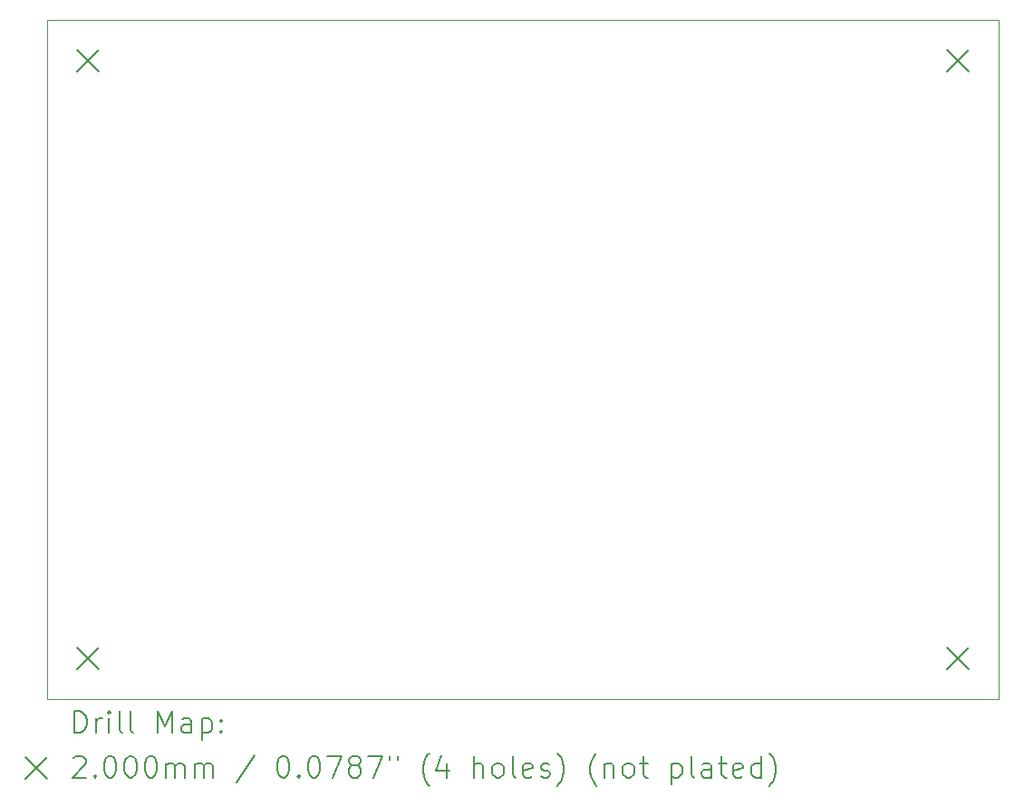
<source format=gbr>
%FSLAX45Y45*%
G04 Gerber Fmt 4.5, Leading zero omitted, Abs format (unit mm)*
G04 Created by KiCad (PCBNEW (6.0.4-0)) date 2022-04-09 01:41:47*
%MOMM*%
%LPD*%
G01*
G04 APERTURE LIST*
%TA.AperFunction,Profile*%
%ADD10C,0.100000*%
%TD*%
%ADD11C,0.200000*%
G04 APERTURE END LIST*
D10*
X16764000Y-9398000D02*
X7874000Y-9398000D01*
X7874000Y-9398000D02*
X7874000Y-15748000D01*
X7874000Y-15748000D02*
X16764000Y-15748000D01*
X16764000Y-15748000D02*
X16764000Y-9398000D01*
D11*
X8155000Y-9679000D02*
X8355000Y-9879000D01*
X8355000Y-9679000D02*
X8155000Y-9879000D01*
X8155000Y-15267000D02*
X8355000Y-15467000D01*
X8355000Y-15267000D02*
X8155000Y-15467000D01*
X16283000Y-9679000D02*
X16483000Y-9879000D01*
X16483000Y-9679000D02*
X16283000Y-9879000D01*
X16283000Y-15267000D02*
X16483000Y-15467000D01*
X16483000Y-15267000D02*
X16283000Y-15467000D01*
X8126619Y-16063476D02*
X8126619Y-15863476D01*
X8174238Y-15863476D01*
X8202809Y-15873000D01*
X8221857Y-15892048D01*
X8231381Y-15911095D01*
X8240905Y-15949190D01*
X8240905Y-15977762D01*
X8231381Y-16015857D01*
X8221857Y-16034905D01*
X8202809Y-16053952D01*
X8174238Y-16063476D01*
X8126619Y-16063476D01*
X8326619Y-16063476D02*
X8326619Y-15930143D01*
X8326619Y-15968238D02*
X8336143Y-15949190D01*
X8345667Y-15939667D01*
X8364714Y-15930143D01*
X8383762Y-15930143D01*
X8450429Y-16063476D02*
X8450429Y-15930143D01*
X8450429Y-15863476D02*
X8440905Y-15873000D01*
X8450429Y-15882524D01*
X8459952Y-15873000D01*
X8450429Y-15863476D01*
X8450429Y-15882524D01*
X8574238Y-16063476D02*
X8555190Y-16053952D01*
X8545667Y-16034905D01*
X8545667Y-15863476D01*
X8679000Y-16063476D02*
X8659952Y-16053952D01*
X8650429Y-16034905D01*
X8650429Y-15863476D01*
X8907571Y-16063476D02*
X8907571Y-15863476D01*
X8974238Y-16006333D01*
X9040905Y-15863476D01*
X9040905Y-16063476D01*
X9221857Y-16063476D02*
X9221857Y-15958714D01*
X9212333Y-15939667D01*
X9193286Y-15930143D01*
X9155190Y-15930143D01*
X9136143Y-15939667D01*
X9221857Y-16053952D02*
X9202810Y-16063476D01*
X9155190Y-16063476D01*
X9136143Y-16053952D01*
X9126619Y-16034905D01*
X9126619Y-16015857D01*
X9136143Y-15996809D01*
X9155190Y-15987286D01*
X9202810Y-15987286D01*
X9221857Y-15977762D01*
X9317095Y-15930143D02*
X9317095Y-16130143D01*
X9317095Y-15939667D02*
X9336143Y-15930143D01*
X9374238Y-15930143D01*
X9393286Y-15939667D01*
X9402810Y-15949190D01*
X9412333Y-15968238D01*
X9412333Y-16025381D01*
X9402810Y-16044428D01*
X9393286Y-16053952D01*
X9374238Y-16063476D01*
X9336143Y-16063476D01*
X9317095Y-16053952D01*
X9498048Y-16044428D02*
X9507571Y-16053952D01*
X9498048Y-16063476D01*
X9488524Y-16053952D01*
X9498048Y-16044428D01*
X9498048Y-16063476D01*
X9498048Y-15939667D02*
X9507571Y-15949190D01*
X9498048Y-15958714D01*
X9488524Y-15949190D01*
X9498048Y-15939667D01*
X9498048Y-15958714D01*
X7669000Y-16293000D02*
X7869000Y-16493000D01*
X7869000Y-16293000D02*
X7669000Y-16493000D01*
X8117095Y-16302524D02*
X8126619Y-16293000D01*
X8145667Y-16283476D01*
X8193286Y-16283476D01*
X8212333Y-16293000D01*
X8221857Y-16302524D01*
X8231381Y-16321571D01*
X8231381Y-16340619D01*
X8221857Y-16369190D01*
X8107571Y-16483476D01*
X8231381Y-16483476D01*
X8317095Y-16464428D02*
X8326619Y-16473952D01*
X8317095Y-16483476D01*
X8307571Y-16473952D01*
X8317095Y-16464428D01*
X8317095Y-16483476D01*
X8450429Y-16283476D02*
X8469476Y-16283476D01*
X8488524Y-16293000D01*
X8498048Y-16302524D01*
X8507571Y-16321571D01*
X8517095Y-16359667D01*
X8517095Y-16407286D01*
X8507571Y-16445381D01*
X8498048Y-16464428D01*
X8488524Y-16473952D01*
X8469476Y-16483476D01*
X8450429Y-16483476D01*
X8431381Y-16473952D01*
X8421857Y-16464428D01*
X8412333Y-16445381D01*
X8402810Y-16407286D01*
X8402810Y-16359667D01*
X8412333Y-16321571D01*
X8421857Y-16302524D01*
X8431381Y-16293000D01*
X8450429Y-16283476D01*
X8640905Y-16283476D02*
X8659952Y-16283476D01*
X8679000Y-16293000D01*
X8688524Y-16302524D01*
X8698048Y-16321571D01*
X8707571Y-16359667D01*
X8707571Y-16407286D01*
X8698048Y-16445381D01*
X8688524Y-16464428D01*
X8679000Y-16473952D01*
X8659952Y-16483476D01*
X8640905Y-16483476D01*
X8621857Y-16473952D01*
X8612333Y-16464428D01*
X8602810Y-16445381D01*
X8593286Y-16407286D01*
X8593286Y-16359667D01*
X8602810Y-16321571D01*
X8612333Y-16302524D01*
X8621857Y-16293000D01*
X8640905Y-16283476D01*
X8831381Y-16283476D02*
X8850429Y-16283476D01*
X8869476Y-16293000D01*
X8879000Y-16302524D01*
X8888524Y-16321571D01*
X8898048Y-16359667D01*
X8898048Y-16407286D01*
X8888524Y-16445381D01*
X8879000Y-16464428D01*
X8869476Y-16473952D01*
X8850429Y-16483476D01*
X8831381Y-16483476D01*
X8812333Y-16473952D01*
X8802810Y-16464428D01*
X8793286Y-16445381D01*
X8783762Y-16407286D01*
X8783762Y-16359667D01*
X8793286Y-16321571D01*
X8802810Y-16302524D01*
X8812333Y-16293000D01*
X8831381Y-16283476D01*
X8983762Y-16483476D02*
X8983762Y-16350143D01*
X8983762Y-16369190D02*
X8993286Y-16359667D01*
X9012333Y-16350143D01*
X9040905Y-16350143D01*
X9059952Y-16359667D01*
X9069476Y-16378714D01*
X9069476Y-16483476D01*
X9069476Y-16378714D02*
X9079000Y-16359667D01*
X9098048Y-16350143D01*
X9126619Y-16350143D01*
X9145667Y-16359667D01*
X9155190Y-16378714D01*
X9155190Y-16483476D01*
X9250429Y-16483476D02*
X9250429Y-16350143D01*
X9250429Y-16369190D02*
X9259952Y-16359667D01*
X9279000Y-16350143D01*
X9307571Y-16350143D01*
X9326619Y-16359667D01*
X9336143Y-16378714D01*
X9336143Y-16483476D01*
X9336143Y-16378714D02*
X9345667Y-16359667D01*
X9364714Y-16350143D01*
X9393286Y-16350143D01*
X9412333Y-16359667D01*
X9421857Y-16378714D01*
X9421857Y-16483476D01*
X9812333Y-16273952D02*
X9640905Y-16531095D01*
X10069476Y-16283476D02*
X10088524Y-16283476D01*
X10107571Y-16293000D01*
X10117095Y-16302524D01*
X10126619Y-16321571D01*
X10136143Y-16359667D01*
X10136143Y-16407286D01*
X10126619Y-16445381D01*
X10117095Y-16464428D01*
X10107571Y-16473952D01*
X10088524Y-16483476D01*
X10069476Y-16483476D01*
X10050429Y-16473952D01*
X10040905Y-16464428D01*
X10031381Y-16445381D01*
X10021857Y-16407286D01*
X10021857Y-16359667D01*
X10031381Y-16321571D01*
X10040905Y-16302524D01*
X10050429Y-16293000D01*
X10069476Y-16283476D01*
X10221857Y-16464428D02*
X10231381Y-16473952D01*
X10221857Y-16483476D01*
X10212333Y-16473952D01*
X10221857Y-16464428D01*
X10221857Y-16483476D01*
X10355190Y-16283476D02*
X10374238Y-16283476D01*
X10393286Y-16293000D01*
X10402810Y-16302524D01*
X10412333Y-16321571D01*
X10421857Y-16359667D01*
X10421857Y-16407286D01*
X10412333Y-16445381D01*
X10402810Y-16464428D01*
X10393286Y-16473952D01*
X10374238Y-16483476D01*
X10355190Y-16483476D01*
X10336143Y-16473952D01*
X10326619Y-16464428D01*
X10317095Y-16445381D01*
X10307571Y-16407286D01*
X10307571Y-16359667D01*
X10317095Y-16321571D01*
X10326619Y-16302524D01*
X10336143Y-16293000D01*
X10355190Y-16283476D01*
X10488524Y-16283476D02*
X10621857Y-16283476D01*
X10536143Y-16483476D01*
X10726619Y-16369190D02*
X10707571Y-16359667D01*
X10698048Y-16350143D01*
X10688524Y-16331095D01*
X10688524Y-16321571D01*
X10698048Y-16302524D01*
X10707571Y-16293000D01*
X10726619Y-16283476D01*
X10764714Y-16283476D01*
X10783762Y-16293000D01*
X10793286Y-16302524D01*
X10802810Y-16321571D01*
X10802810Y-16331095D01*
X10793286Y-16350143D01*
X10783762Y-16359667D01*
X10764714Y-16369190D01*
X10726619Y-16369190D01*
X10707571Y-16378714D01*
X10698048Y-16388238D01*
X10688524Y-16407286D01*
X10688524Y-16445381D01*
X10698048Y-16464428D01*
X10707571Y-16473952D01*
X10726619Y-16483476D01*
X10764714Y-16483476D01*
X10783762Y-16473952D01*
X10793286Y-16464428D01*
X10802810Y-16445381D01*
X10802810Y-16407286D01*
X10793286Y-16388238D01*
X10783762Y-16378714D01*
X10764714Y-16369190D01*
X10869476Y-16283476D02*
X11002810Y-16283476D01*
X10917095Y-16483476D01*
X11069476Y-16283476D02*
X11069476Y-16321571D01*
X11145667Y-16283476D02*
X11145667Y-16321571D01*
X11440905Y-16559667D02*
X11431381Y-16550143D01*
X11412333Y-16521571D01*
X11402809Y-16502524D01*
X11393286Y-16473952D01*
X11383762Y-16426333D01*
X11383762Y-16388238D01*
X11393286Y-16340619D01*
X11402809Y-16312048D01*
X11412333Y-16293000D01*
X11431381Y-16264428D01*
X11440905Y-16254905D01*
X11602809Y-16350143D02*
X11602809Y-16483476D01*
X11555190Y-16273952D02*
X11507571Y-16416809D01*
X11631381Y-16416809D01*
X11859952Y-16483476D02*
X11859952Y-16283476D01*
X11945667Y-16483476D02*
X11945667Y-16378714D01*
X11936143Y-16359667D01*
X11917095Y-16350143D01*
X11888524Y-16350143D01*
X11869476Y-16359667D01*
X11859952Y-16369190D01*
X12069476Y-16483476D02*
X12050428Y-16473952D01*
X12040905Y-16464428D01*
X12031381Y-16445381D01*
X12031381Y-16388238D01*
X12040905Y-16369190D01*
X12050428Y-16359667D01*
X12069476Y-16350143D01*
X12098048Y-16350143D01*
X12117095Y-16359667D01*
X12126619Y-16369190D01*
X12136143Y-16388238D01*
X12136143Y-16445381D01*
X12126619Y-16464428D01*
X12117095Y-16473952D01*
X12098048Y-16483476D01*
X12069476Y-16483476D01*
X12250428Y-16483476D02*
X12231381Y-16473952D01*
X12221857Y-16454905D01*
X12221857Y-16283476D01*
X12402809Y-16473952D02*
X12383762Y-16483476D01*
X12345667Y-16483476D01*
X12326619Y-16473952D01*
X12317095Y-16454905D01*
X12317095Y-16378714D01*
X12326619Y-16359667D01*
X12345667Y-16350143D01*
X12383762Y-16350143D01*
X12402809Y-16359667D01*
X12412333Y-16378714D01*
X12412333Y-16397762D01*
X12317095Y-16416809D01*
X12488524Y-16473952D02*
X12507571Y-16483476D01*
X12545667Y-16483476D01*
X12564714Y-16473952D01*
X12574238Y-16454905D01*
X12574238Y-16445381D01*
X12564714Y-16426333D01*
X12545667Y-16416809D01*
X12517095Y-16416809D01*
X12498048Y-16407286D01*
X12488524Y-16388238D01*
X12488524Y-16378714D01*
X12498048Y-16359667D01*
X12517095Y-16350143D01*
X12545667Y-16350143D01*
X12564714Y-16359667D01*
X12640905Y-16559667D02*
X12650428Y-16550143D01*
X12669476Y-16521571D01*
X12679000Y-16502524D01*
X12688524Y-16473952D01*
X12698048Y-16426333D01*
X12698048Y-16388238D01*
X12688524Y-16340619D01*
X12679000Y-16312048D01*
X12669476Y-16293000D01*
X12650428Y-16264428D01*
X12640905Y-16254905D01*
X13002809Y-16559667D02*
X12993286Y-16550143D01*
X12974238Y-16521571D01*
X12964714Y-16502524D01*
X12955190Y-16473952D01*
X12945667Y-16426333D01*
X12945667Y-16388238D01*
X12955190Y-16340619D01*
X12964714Y-16312048D01*
X12974238Y-16293000D01*
X12993286Y-16264428D01*
X13002809Y-16254905D01*
X13079000Y-16350143D02*
X13079000Y-16483476D01*
X13079000Y-16369190D02*
X13088524Y-16359667D01*
X13107571Y-16350143D01*
X13136143Y-16350143D01*
X13155190Y-16359667D01*
X13164714Y-16378714D01*
X13164714Y-16483476D01*
X13288524Y-16483476D02*
X13269476Y-16473952D01*
X13259952Y-16464428D01*
X13250428Y-16445381D01*
X13250428Y-16388238D01*
X13259952Y-16369190D01*
X13269476Y-16359667D01*
X13288524Y-16350143D01*
X13317095Y-16350143D01*
X13336143Y-16359667D01*
X13345667Y-16369190D01*
X13355190Y-16388238D01*
X13355190Y-16445381D01*
X13345667Y-16464428D01*
X13336143Y-16473952D01*
X13317095Y-16483476D01*
X13288524Y-16483476D01*
X13412333Y-16350143D02*
X13488524Y-16350143D01*
X13440905Y-16283476D02*
X13440905Y-16454905D01*
X13450428Y-16473952D01*
X13469476Y-16483476D01*
X13488524Y-16483476D01*
X13707571Y-16350143D02*
X13707571Y-16550143D01*
X13707571Y-16359667D02*
X13726619Y-16350143D01*
X13764714Y-16350143D01*
X13783762Y-16359667D01*
X13793286Y-16369190D01*
X13802809Y-16388238D01*
X13802809Y-16445381D01*
X13793286Y-16464428D01*
X13783762Y-16473952D01*
X13764714Y-16483476D01*
X13726619Y-16483476D01*
X13707571Y-16473952D01*
X13917095Y-16483476D02*
X13898048Y-16473952D01*
X13888524Y-16454905D01*
X13888524Y-16283476D01*
X14079000Y-16483476D02*
X14079000Y-16378714D01*
X14069476Y-16359667D01*
X14050428Y-16350143D01*
X14012333Y-16350143D01*
X13993286Y-16359667D01*
X14079000Y-16473952D02*
X14059952Y-16483476D01*
X14012333Y-16483476D01*
X13993286Y-16473952D01*
X13983762Y-16454905D01*
X13983762Y-16435857D01*
X13993286Y-16416809D01*
X14012333Y-16407286D01*
X14059952Y-16407286D01*
X14079000Y-16397762D01*
X14145667Y-16350143D02*
X14221857Y-16350143D01*
X14174238Y-16283476D02*
X14174238Y-16454905D01*
X14183762Y-16473952D01*
X14202809Y-16483476D01*
X14221857Y-16483476D01*
X14364714Y-16473952D02*
X14345667Y-16483476D01*
X14307571Y-16483476D01*
X14288524Y-16473952D01*
X14279000Y-16454905D01*
X14279000Y-16378714D01*
X14288524Y-16359667D01*
X14307571Y-16350143D01*
X14345667Y-16350143D01*
X14364714Y-16359667D01*
X14374238Y-16378714D01*
X14374238Y-16397762D01*
X14279000Y-16416809D01*
X14545667Y-16483476D02*
X14545667Y-16283476D01*
X14545667Y-16473952D02*
X14526619Y-16483476D01*
X14488524Y-16483476D01*
X14469476Y-16473952D01*
X14459952Y-16464428D01*
X14450428Y-16445381D01*
X14450428Y-16388238D01*
X14459952Y-16369190D01*
X14469476Y-16359667D01*
X14488524Y-16350143D01*
X14526619Y-16350143D01*
X14545667Y-16359667D01*
X14621857Y-16559667D02*
X14631381Y-16550143D01*
X14650428Y-16521571D01*
X14659952Y-16502524D01*
X14669476Y-16473952D01*
X14679000Y-16426333D01*
X14679000Y-16388238D01*
X14669476Y-16340619D01*
X14659952Y-16312048D01*
X14650428Y-16293000D01*
X14631381Y-16264428D01*
X14621857Y-16254905D01*
M02*

</source>
